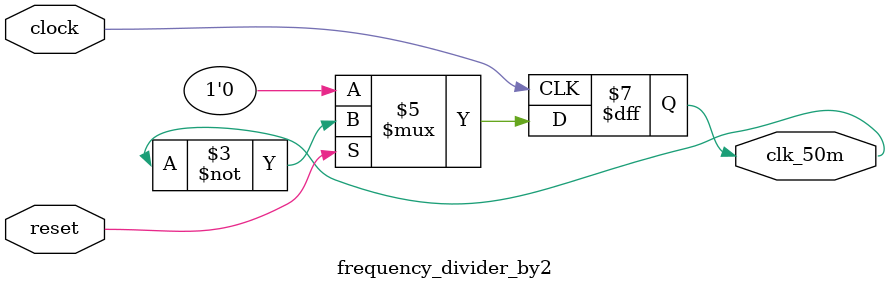
<source format=v>

module frequency_divider_by2 ( clock ,reset, clk_50m );
output reg clk_50m;
input clock ;
input reset;
always @(posedge clock)
begin
if (~reset)
     clk_50m <= 1'b0;
else
     clk_50m <= ~clk_50m;	
end
endmodule

</source>
